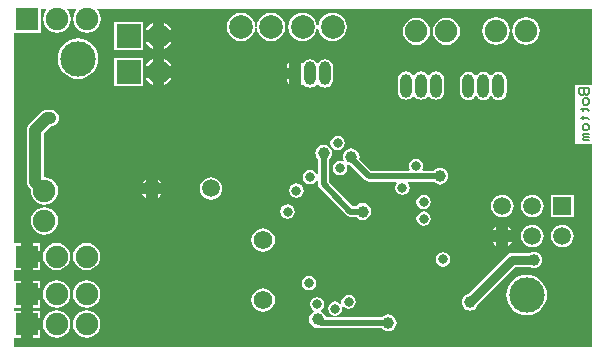
<source format=gbl>
%FSLAX42Y42*%
%MOMM*%
G71*
G01*
G75*
G04 Layer_Physical_Order=2*
G04 Layer_Color=16711680*
%ADD10R,1.40X0.90*%
%ADD11R,0.90X1.40*%
%ADD12R,0.50X1.55*%
%ADD13R,0.50X1.55*%
%ADD14R,1.55X0.50*%
%ADD15R,1.50X1.30*%
%ADD16C,0.80*%
%ADD17C,0.50*%
%ADD18C,1.00*%
%ADD19C,0.40*%
%ADD20C,0.13*%
%ADD21C,3.00*%
%ADD22C,1.90*%
%ADD23C,2.00*%
%ADD24O,1.00X2.00*%
%ADD25O,1.00X2.00*%
%ADD26R,2.00X2.00*%
%ADD27C,1.50*%
%ADD28R,1.50X1.50*%
%ADD29C,1.57*%
%ADD30R,1.90X1.90*%
%ADD31C,0.80*%
%ADD32C,1.00*%
G36*
X4953Y2281D02*
X4813D01*
Y1778D01*
X4953D01*
Y63D01*
X63D01*
Y138D01*
X116D01*
Y253D01*
Y368D01*
X63D01*
Y392D01*
X116D01*
Y507D01*
Y622D01*
X63D01*
Y710D01*
X116D01*
Y825D01*
Y940D01*
X63D01*
Y2721D01*
X284D01*
Y2921D01*
X329D01*
X334Y2910D01*
X322Y2894D01*
X311Y2866D01*
X307Y2836D01*
X311Y2806D01*
X322Y2778D01*
X341Y2754D01*
X365Y2736D01*
X393Y2724D01*
X423Y2720D01*
X453Y2724D01*
X481Y2736D01*
X505Y2754D01*
X523Y2778D01*
X535Y2806D01*
X539Y2836D01*
X535Y2866D01*
X523Y2894D01*
X505Y2918D01*
X506Y2921D01*
X583D01*
X588Y2910D01*
X576Y2894D01*
X565Y2866D01*
X561Y2836D01*
X565Y2806D01*
X576Y2778D01*
X595Y2754D01*
X619Y2736D01*
X647Y2724D01*
X677Y2720D01*
X707Y2724D01*
X735Y2736D01*
X759Y2754D01*
X777Y2778D01*
X789Y2806D01*
X793Y2836D01*
X789Y2866D01*
X777Y2894D01*
X759Y2918D01*
X760Y2921D01*
X4953D01*
Y2281D01*
D02*
G37*
%LPC*%
G36*
X4144Y948D02*
X4113D01*
X4127Y931D01*
X4144Y917D01*
Y948D01*
D02*
G37*
G36*
X4702Y1094D02*
X4678Y1091D01*
X4655Y1081D01*
X4635Y1066D01*
X4619Y1046D01*
X4610Y1023D01*
X4607Y998D01*
X4610Y974D01*
X4619Y950D01*
X4635Y931D01*
X4655Y915D01*
X4678Y906D01*
X4702Y903D01*
X4727Y906D01*
X4750Y915D01*
X4770Y931D01*
X4785Y950D01*
X4795Y974D01*
X4798Y998D01*
X4795Y1023D01*
X4785Y1046D01*
X4770Y1066D01*
X4750Y1081D01*
X4727Y1091D01*
X4702Y1094D01*
D02*
G37*
G36*
X317Y1243D02*
X287Y1239D01*
X259Y1228D01*
X235Y1209D01*
X216Y1185D01*
X205Y1157D01*
X201Y1127D01*
X205Y1097D01*
X216Y1069D01*
X235Y1045D01*
X259Y1027D01*
X287Y1015D01*
X317Y1011D01*
X347Y1015D01*
X375Y1027D01*
X399Y1045D01*
X417Y1069D01*
X429Y1097D01*
X433Y1127D01*
X429Y1157D01*
X417Y1185D01*
X399Y1209D01*
X375Y1228D01*
X347Y1239D01*
X317Y1243D01*
D02*
G37*
G36*
X4276Y948D02*
X4244D01*
Y917D01*
X4262Y931D01*
X4276Y948D01*
D02*
G37*
G36*
X281Y940D02*
X216D01*
Y875D01*
X281D01*
Y940D01*
D02*
G37*
G36*
X2169Y1064D02*
X2143Y1061D01*
X2119Y1051D01*
X2099Y1035D01*
X2083Y1014D01*
X2073Y990D01*
X2069Y965D01*
X2073Y939D01*
X2083Y915D01*
X2099Y894D01*
X2119Y878D01*
X2143Y868D01*
X2169Y865D01*
X2195Y868D01*
X2219Y878D01*
X2239Y894D01*
X2255Y915D01*
X2265Y939D01*
X2269Y965D01*
X2265Y990D01*
X2255Y1014D01*
X2239Y1035D01*
X2219Y1051D01*
X2195Y1061D01*
X2169Y1064D01*
D02*
G37*
G36*
X3691Y861D02*
X3667Y857D01*
X3647Y843D01*
X3634Y824D01*
X3629Y800D01*
X3634Y777D01*
X3647Y757D01*
X3667Y744D01*
X3691Y739D01*
X3714Y744D01*
X3734Y757D01*
X3747Y777D01*
X3752Y800D01*
X3747Y824D01*
X3734Y843D01*
X3714Y857D01*
X3691Y861D01*
D02*
G37*
G36*
X4448Y1094D02*
X4424Y1091D01*
X4401Y1081D01*
X4381Y1066D01*
X4365Y1046D01*
X4356Y1023D01*
X4353Y998D01*
X4356Y974D01*
X4365Y950D01*
X4381Y931D01*
X4401Y915D01*
X4424Y906D01*
X4448Y903D01*
X4473Y906D01*
X4496Y915D01*
X4516Y931D01*
X4531Y950D01*
X4541Y974D01*
X4544Y998D01*
X4541Y1023D01*
X4531Y1046D01*
X4516Y1066D01*
X4496Y1081D01*
X4473Y1091D01*
X4448Y1094D01*
D02*
G37*
G36*
Y1348D02*
X4424Y1345D01*
X4401Y1335D01*
X4381Y1320D01*
X4365Y1300D01*
X4356Y1277D01*
X4353Y1252D01*
X4356Y1228D01*
X4365Y1204D01*
X4381Y1185D01*
X4401Y1169D01*
X4424Y1160D01*
X4448Y1157D01*
X4473Y1160D01*
X4496Y1169D01*
X4516Y1185D01*
X4531Y1204D01*
X4541Y1228D01*
X4544Y1252D01*
X4541Y1277D01*
X4531Y1300D01*
X4516Y1320D01*
X4496Y1335D01*
X4473Y1345D01*
X4448Y1348D01*
D02*
G37*
G36*
X4194D02*
X4170Y1345D01*
X4147Y1335D01*
X4127Y1320D01*
X4111Y1300D01*
X4102Y1277D01*
X4099Y1252D01*
X4102Y1228D01*
X4111Y1204D01*
X4127Y1185D01*
X4147Y1169D01*
X4170Y1160D01*
X4194Y1157D01*
X4219Y1160D01*
X4242Y1169D01*
X4262Y1185D01*
X4277Y1204D01*
X4287Y1228D01*
X4290Y1252D01*
X4287Y1277D01*
X4277Y1300D01*
X4262Y1320D01*
X4242Y1335D01*
X4219Y1345D01*
X4194Y1348D01*
D02*
G37*
G36*
X3528Y1349D02*
X3505Y1344D01*
X3485Y1331D01*
X3472Y1311D01*
X3467Y1288D01*
X3472Y1264D01*
X3485Y1245D01*
X3505Y1231D01*
X3528Y1227D01*
X3551Y1231D01*
X3571Y1245D01*
X3585Y1264D01*
X3589Y1288D01*
X3585Y1311D01*
X3571Y1331D01*
X3551Y1344D01*
X3528Y1349D01*
D02*
G37*
G36*
X4797Y1347D02*
X4607D01*
Y1157D01*
X4797D01*
Y1347D01*
D02*
G37*
G36*
X4244Y1080D02*
Y1048D01*
X4276D01*
X4262Y1066D01*
X4244Y1080D01*
D02*
G37*
G36*
X4144D02*
X4127Y1066D01*
X4113Y1048D01*
X4144D01*
Y1080D01*
D02*
G37*
G36*
X2375Y1268D02*
X2351Y1263D01*
X2332Y1250D01*
X2318Y1230D01*
X2314Y1206D01*
X2318Y1183D01*
X2332Y1163D01*
X2351Y1150D01*
X2375Y1145D01*
X2398Y1150D01*
X2418Y1163D01*
X2431Y1183D01*
X2436Y1206D01*
X2431Y1230D01*
X2418Y1250D01*
X2398Y1263D01*
X2375Y1268D01*
D02*
G37*
G36*
X3528Y1207D02*
X3505Y1202D01*
X3485Y1189D01*
X3472Y1169D01*
X3467Y1146D01*
X3472Y1122D01*
X3485Y1102D01*
X3505Y1089D01*
X3528Y1084D01*
X3551Y1089D01*
X3571Y1102D01*
X3585Y1122D01*
X3589Y1146D01*
X3585Y1169D01*
X3571Y1189D01*
X3551Y1202D01*
X3528Y1207D01*
D02*
G37*
G36*
X2169Y556D02*
X2143Y553D01*
X2119Y543D01*
X2099Y527D01*
X2083Y506D01*
X2073Y482D01*
X2069Y457D01*
X2073Y431D01*
X2083Y407D01*
X2099Y386D01*
X2119Y370D01*
X2143Y360D01*
X2169Y357D01*
X2195Y360D01*
X2219Y370D01*
X2239Y386D01*
X2255Y407D01*
X2265Y431D01*
X2269Y457D01*
X2265Y482D01*
X2255Y506D01*
X2239Y527D01*
X2219Y543D01*
X2195Y553D01*
X2169Y556D01*
D02*
G37*
G36*
X4400Y671D02*
X4367Y668D01*
X4335Y658D01*
X4305Y642D01*
X4279Y621D01*
X4258Y595D01*
X4242Y565D01*
X4232Y533D01*
X4229Y500D01*
X4232Y467D01*
X4242Y435D01*
X4258Y405D01*
X4279Y379D01*
X4305Y358D01*
X4335Y342D01*
X4367Y332D01*
X4400Y329D01*
X4433Y332D01*
X4465Y342D01*
X4495Y358D01*
X4521Y379D01*
X4542Y405D01*
X4558Y435D01*
X4568Y467D01*
X4571Y500D01*
X4568Y533D01*
X4558Y565D01*
X4542Y595D01*
X4521Y621D01*
X4495Y642D01*
X4465Y658D01*
X4433Y668D01*
X4400Y671D01*
D02*
G37*
G36*
X674Y623D02*
X644Y619D01*
X616Y607D01*
X592Y589D01*
X574Y565D01*
X562Y537D01*
X558Y507D01*
X562Y477D01*
X574Y449D01*
X592Y425D01*
X616Y407D01*
X644Y395D01*
X674Y391D01*
X704Y395D01*
X732Y407D01*
X756Y425D01*
X775Y449D01*
X786Y477D01*
X790Y507D01*
X786Y537D01*
X775Y565D01*
X756Y589D01*
X732Y607D01*
X704Y619D01*
X674Y623D01*
D02*
G37*
G36*
X420D02*
X390Y619D01*
X362Y607D01*
X338Y589D01*
X320Y565D01*
X308Y537D01*
X304Y507D01*
X308Y477D01*
X320Y449D01*
X338Y425D01*
X362Y407D01*
X390Y395D01*
X420Y391D01*
X450Y395D01*
X478Y407D01*
X502Y425D01*
X521Y449D01*
X532Y477D01*
X536Y507D01*
X532Y537D01*
X521Y565D01*
X502Y589D01*
X478Y607D01*
X450Y619D01*
X420Y623D01*
D02*
G37*
G36*
X674Y369D02*
X644Y365D01*
X616Y353D01*
X592Y335D01*
X574Y311D01*
X562Y283D01*
X558Y253D01*
X562Y223D01*
X574Y195D01*
X592Y171D01*
X616Y153D01*
X644Y141D01*
X674Y137D01*
X704Y141D01*
X732Y153D01*
X756Y171D01*
X775Y195D01*
X786Y223D01*
X790Y253D01*
X786Y283D01*
X775Y311D01*
X756Y335D01*
X732Y353D01*
X704Y365D01*
X674Y369D01*
D02*
G37*
G36*
X420D02*
X390Y365D01*
X362Y353D01*
X338Y335D01*
X320Y311D01*
X308Y283D01*
X304Y253D01*
X308Y223D01*
X320Y195D01*
X338Y171D01*
X362Y153D01*
X390Y141D01*
X420Y137D01*
X450Y141D01*
X478Y153D01*
X502Y171D01*
X521Y195D01*
X532Y223D01*
X536Y253D01*
X532Y283D01*
X521Y311D01*
X502Y335D01*
X478Y353D01*
X450Y365D01*
X420Y369D01*
D02*
G37*
G36*
X281Y368D02*
X216D01*
Y303D01*
X281D01*
Y368D01*
D02*
G37*
G36*
Y203D02*
X216D01*
Y138D01*
X281D01*
Y203D01*
D02*
G37*
G36*
X674Y941D02*
X644Y937D01*
X616Y925D01*
X592Y907D01*
X574Y883D01*
X562Y855D01*
X558Y825D01*
X562Y795D01*
X574Y767D01*
X592Y743D01*
X616Y724D01*
X644Y712D01*
X674Y709D01*
X704Y712D01*
X732Y724D01*
X756Y743D01*
X775Y767D01*
X786Y795D01*
X790Y825D01*
X786Y855D01*
X775Y883D01*
X756Y907D01*
X732Y925D01*
X704Y937D01*
X674Y941D01*
D02*
G37*
G36*
X420D02*
X390Y937D01*
X362Y925D01*
X338Y907D01*
X320Y883D01*
X308Y855D01*
X304Y825D01*
X308Y795D01*
X320Y767D01*
X338Y743D01*
X362Y724D01*
X390Y712D01*
X420Y709D01*
X450Y712D01*
X478Y724D01*
X502Y743D01*
X521Y767D01*
X532Y795D01*
X536Y825D01*
X532Y855D01*
X521Y883D01*
X502Y907D01*
X478Y925D01*
X450Y937D01*
X420Y941D01*
D02*
G37*
G36*
X4463Y866D02*
X4445Y863D01*
X4428Y856D01*
X4277D01*
X4254Y852D01*
X4234Y838D01*
X3901Y505D01*
X3884Y498D01*
X3869Y487D01*
X3858Y472D01*
X3851Y455D01*
X3849Y437D01*
X3851Y419D01*
X3858Y402D01*
X3869Y387D01*
X3884Y376D01*
X3901Y369D01*
X3919Y366D01*
X3937Y369D01*
X3955Y376D01*
X3969Y387D01*
X3980Y402D01*
X3987Y419D01*
X4303Y734D01*
X4428D01*
X4445Y727D01*
X4463Y724D01*
X4481Y727D01*
X4498Y734D01*
X4513Y745D01*
X4524Y760D01*
X4531Y777D01*
X4533Y795D01*
X4531Y813D01*
X4524Y830D01*
X4513Y845D01*
X4498Y856D01*
X4481Y863D01*
X4463Y866D01*
D02*
G37*
G36*
X281Y775D02*
X216D01*
Y710D01*
X281D01*
Y775D01*
D02*
G37*
G36*
X2893Y503D02*
X2870Y498D01*
X2850Y485D01*
X2837Y465D01*
X2832Y442D01*
X2834Y431D01*
X2822Y426D01*
X2822Y427D01*
X2802Y440D01*
X2779Y445D01*
X2755Y440D01*
X2736Y427D01*
X2722Y407D01*
X2718Y384D01*
X2722Y360D01*
X2736Y340D01*
X2755Y327D01*
X2777Y323D01*
X2777D01*
X2776Y310D01*
X2697D01*
X2697Y310D01*
X2690Y327D01*
X2679Y342D01*
X2664Y353D01*
X2647Y360D01*
X2647Y365D01*
X2650Y365D01*
X2670Y378D01*
X2683Y398D01*
X2688Y422D01*
X2683Y445D01*
X2670Y465D01*
X2650Y478D01*
X2626Y483D01*
X2603Y478D01*
X2583Y465D01*
X2570Y445D01*
X2565Y422D01*
X2570Y398D01*
X2583Y378D01*
X2599Y368D01*
X2598Y355D01*
X2594Y353D01*
X2579Y342D01*
X2568Y327D01*
X2561Y310D01*
X2558Y292D01*
X2561Y274D01*
X2568Y257D01*
X2579Y242D01*
X2594Y231D01*
X2611Y224D01*
X2629Y221D01*
X2638Y223D01*
X2639Y222D01*
X2657Y218D01*
X3175D01*
X3178Y214D01*
X3193Y203D01*
X3210Y196D01*
X3228Y194D01*
X3247Y196D01*
X3264Y203D01*
X3278Y214D01*
X3289Y229D01*
X3297Y246D01*
X3299Y264D01*
X3297Y282D01*
X3289Y299D01*
X3278Y314D01*
X3264Y325D01*
X3247Y332D01*
X3228Y335D01*
X3210Y332D01*
X3193Y325D01*
X3178Y314D01*
X3175Y310D01*
X2782D01*
X2780Y323D01*
X2802Y327D01*
X2822Y340D01*
X2835Y360D01*
X2840Y384D01*
X2838Y394D01*
X2850Y399D01*
X2850Y399D01*
X2870Y385D01*
X2893Y381D01*
X2916Y385D01*
X2936Y399D01*
X2950Y419D01*
X2954Y442D01*
X2950Y465D01*
X2936Y485D01*
X2916Y498D01*
X2893Y503D01*
D02*
G37*
G36*
X281Y457D02*
X216D01*
Y392D01*
X281D01*
Y457D01*
D02*
G37*
G36*
Y622D02*
X216D01*
Y557D01*
X281D01*
Y622D01*
D02*
G37*
G36*
X2555Y663D02*
X2532Y658D01*
X2512Y645D01*
X2499Y625D01*
X2494Y602D01*
X2499Y579D01*
X2512Y559D01*
X2532Y545D01*
X2555Y541D01*
X2579Y545D01*
X2598Y559D01*
X2612Y579D01*
X2616Y602D01*
X2612Y625D01*
X2598Y645D01*
X2579Y658D01*
X2555Y663D01*
D02*
G37*
G36*
X1149Y2812D02*
X909D01*
Y2572D01*
X1149D01*
Y2812D01*
D02*
G37*
G36*
X2692Y2496D02*
X2674Y2493D01*
X2657Y2486D01*
X2642Y2475D01*
X2635Y2465D01*
X2623D01*
X2615Y2475D01*
X2601Y2486D01*
X2584Y2493D01*
X2565Y2496D01*
X2547Y2493D01*
X2530Y2486D01*
X2515Y2475D01*
X2508Y2465D01*
X2496D01*
X2488Y2475D01*
Y2375D01*
Y2275D01*
X2496Y2284D01*
X2508D01*
X2515Y2275D01*
X2530Y2264D01*
X2547Y2257D01*
X2565Y2254D01*
X2584Y2257D01*
X2601Y2264D01*
X2615Y2275D01*
X2623Y2284D01*
X2635D01*
X2642Y2275D01*
X2657Y2264D01*
X2674Y2257D01*
X2692Y2254D01*
X2711Y2257D01*
X2728Y2264D01*
X2742Y2275D01*
X2754Y2290D01*
X2761Y2307D01*
X2763Y2325D01*
Y2425D01*
X2761Y2443D01*
X2754Y2460D01*
X2742Y2475D01*
X2728Y2486D01*
X2711Y2493D01*
X2692Y2496D01*
D02*
G37*
G36*
X1392Y2642D02*
X1333D01*
Y2583D01*
X1343Y2588D01*
X1368Y2607D01*
X1388Y2632D01*
X1392Y2642D01*
D02*
G37*
G36*
X1233D02*
X1174D01*
X1178Y2632D01*
X1197Y2607D01*
X1222Y2588D01*
X1233Y2583D01*
Y2642D01*
D02*
G37*
G36*
X2388Y2475D02*
X2377Y2460D01*
X2370Y2443D01*
X2368Y2425D01*
Y2425D01*
X2388D01*
Y2475D01*
D02*
G37*
G36*
X3632Y2394D02*
X3614Y2391D01*
X3597Y2384D01*
X3582Y2373D01*
X3575Y2364D01*
X3562D01*
X3555Y2373D01*
X3541Y2384D01*
X3523Y2391D01*
X3505Y2394D01*
X3487Y2391D01*
X3470Y2384D01*
X3455Y2373D01*
X3448Y2364D01*
X3435D01*
X3428Y2373D01*
X3414Y2384D01*
X3396Y2391D01*
X3378Y2394D01*
X3360Y2391D01*
X3343Y2384D01*
X3328Y2373D01*
X3317Y2359D01*
X3310Y2342D01*
X3308Y2323D01*
Y2223D01*
X3310Y2205D01*
X3317Y2188D01*
X3328Y2173D01*
X3343Y2162D01*
X3360Y2155D01*
X3378Y2153D01*
X3396Y2155D01*
X3414Y2162D01*
X3428Y2173D01*
X3435Y2183D01*
X3448D01*
X3455Y2173D01*
X3470Y2162D01*
X3487Y2155D01*
X3505Y2153D01*
X3523Y2155D01*
X3541Y2162D01*
X3555Y2173D01*
X3562Y2183D01*
X3575D01*
X3582Y2173D01*
X3597Y2162D01*
X3614Y2155D01*
X3632Y2153D01*
X3650Y2155D01*
X3668Y2162D01*
X3682Y2173D01*
X3693Y2188D01*
X3700Y2205D01*
X3703Y2223D01*
Y2323D01*
X3700Y2342D01*
X3693Y2359D01*
X3682Y2373D01*
X3668Y2384D01*
X3650Y2391D01*
X3632Y2394D01*
D02*
G37*
G36*
X1333Y2497D02*
Y2438D01*
X1392D01*
X1388Y2448D01*
X1368Y2473D01*
X1343Y2492D01*
X1333Y2497D01*
D02*
G37*
G36*
X1233D02*
X1222Y2492D01*
X1197Y2473D01*
X1178Y2448D01*
X1174Y2438D01*
X1233D01*
Y2497D01*
D02*
G37*
G36*
X1333Y2802D02*
Y2742D01*
X1392D01*
X1388Y2753D01*
X1368Y2778D01*
X1343Y2797D01*
X1333Y2802D01*
D02*
G37*
G36*
X1233D02*
X1222Y2797D01*
X1197Y2778D01*
X1178Y2753D01*
X1174Y2742D01*
X1233D01*
Y2802D01*
D02*
G37*
G36*
X2756Y2890D02*
X2725Y2886D01*
X2695Y2873D01*
X2670Y2854D01*
X2651Y2829D01*
X2639Y2800D01*
X2635Y2772D01*
X2635D01*
X2625D01*
X2622Y2774D01*
X2619Y2800D01*
X2607Y2829D01*
X2587Y2854D01*
X2562Y2873D01*
X2533Y2886D01*
X2502Y2890D01*
X2471Y2886D01*
X2441Y2873D01*
X2416Y2854D01*
X2397Y2829D01*
X2385Y2800D01*
X2381Y2769D01*
X2385Y2737D01*
X2397Y2708D01*
X2416Y2683D01*
X2441Y2664D01*
X2471Y2652D01*
X2502Y2648D01*
X2533Y2652D01*
X2562Y2664D01*
X2587Y2683D01*
X2607Y2708D01*
X2619Y2737D01*
X2623Y2766D01*
X2633D01*
X2636Y2763D01*
X2639Y2737D01*
X2651Y2708D01*
X2670Y2683D01*
X2695Y2664D01*
X2725Y2652D01*
X2756Y2648D01*
X2787Y2652D01*
X2816Y2664D01*
X2841Y2683D01*
X2861Y2708D01*
X2873Y2737D01*
X2877Y2769D01*
X2873Y2800D01*
X2861Y2829D01*
X2841Y2854D01*
X2816Y2873D01*
X2787Y2886D01*
X2756Y2890D01*
D02*
G37*
G36*
X2235D02*
X2204Y2886D01*
X2175Y2873D01*
X2150Y2854D01*
X2130Y2829D01*
X2118Y2800D01*
X2115Y2772D01*
X2115D01*
X2104D01*
X2102Y2774D01*
X2098Y2800D01*
X2086Y2829D01*
X2067Y2854D01*
X2042Y2873D01*
X2013Y2886D01*
X1981Y2890D01*
X1950Y2886D01*
X1921Y2873D01*
X1896Y2854D01*
X1876Y2829D01*
X1864Y2800D01*
X1860Y2769D01*
X1864Y2737D01*
X1876Y2708D01*
X1896Y2683D01*
X1921Y2664D01*
X1950Y2652D01*
X1981Y2648D01*
X2013Y2652D01*
X2042Y2664D01*
X2067Y2683D01*
X2086Y2708D01*
X2098Y2737D01*
X2102Y2766D01*
X2112D01*
X2115Y2763D01*
X2118Y2737D01*
X2130Y2708D01*
X2150Y2683D01*
X2175Y2664D01*
X2204Y2652D01*
X2235Y2648D01*
X2267Y2652D01*
X2296Y2664D01*
X2321Y2683D01*
X2340Y2708D01*
X2352Y2737D01*
X2356Y2769D01*
X2352Y2800D01*
X2340Y2829D01*
X2321Y2854D01*
X2296Y2873D01*
X2267Y2886D01*
X2235Y2890D01*
D02*
G37*
G36*
X3721Y2847D02*
X3691Y2843D01*
X3663Y2832D01*
X3639Y2813D01*
X3620Y2789D01*
X3609Y2761D01*
X3605Y2731D01*
X3609Y2701D01*
X3620Y2673D01*
X3639Y2649D01*
X3663Y2631D01*
X3691Y2619D01*
X3721Y2615D01*
X3751Y2619D01*
X3779Y2631D01*
X3803Y2649D01*
X3821Y2673D01*
X3833Y2701D01*
X3837Y2731D01*
X3833Y2761D01*
X3821Y2789D01*
X3803Y2813D01*
X3779Y2832D01*
X3751Y2843D01*
X3721Y2847D01*
D02*
G37*
G36*
X3467D02*
X3437Y2843D01*
X3409Y2832D01*
X3385Y2813D01*
X3366Y2789D01*
X3355Y2761D01*
X3351Y2731D01*
X3355Y2701D01*
X3366Y2673D01*
X3385Y2649D01*
X3409Y2631D01*
X3437Y2619D01*
X3467Y2615D01*
X3497Y2619D01*
X3525Y2631D01*
X3549Y2649D01*
X3567Y2673D01*
X3579Y2701D01*
X3583Y2731D01*
X3579Y2761D01*
X3567Y2789D01*
X3549Y2813D01*
X3525Y2832D01*
X3497Y2843D01*
X3467Y2847D01*
D02*
G37*
G36*
X4394Y2852D02*
X4364Y2848D01*
X4336Y2837D01*
X4312Y2818D01*
X4293Y2794D01*
X4282Y2766D01*
X4278Y2736D01*
X4282Y2706D01*
X4293Y2678D01*
X4312Y2654D01*
X4336Y2636D01*
X4364Y2624D01*
X4394Y2620D01*
X4424Y2624D01*
X4452Y2636D01*
X4476Y2654D01*
X4494Y2678D01*
X4506Y2706D01*
X4510Y2736D01*
X4506Y2766D01*
X4494Y2794D01*
X4476Y2818D01*
X4452Y2837D01*
X4424Y2848D01*
X4394Y2852D01*
D02*
G37*
G36*
X4140D02*
X4110Y2848D01*
X4082Y2837D01*
X4058Y2818D01*
X4039Y2794D01*
X4028Y2766D01*
X4024Y2736D01*
X4028Y2706D01*
X4039Y2678D01*
X4058Y2654D01*
X4082Y2636D01*
X4110Y2624D01*
X4140Y2620D01*
X4170Y2624D01*
X4198Y2636D01*
X4222Y2654D01*
X4240Y2678D01*
X4252Y2706D01*
X4256Y2736D01*
X4252Y2766D01*
X4240Y2794D01*
X4222Y2818D01*
X4198Y2837D01*
X4170Y2848D01*
X4140Y2852D01*
D02*
G37*
G36*
X1176Y1482D02*
X1158Y1468D01*
X1144Y1451D01*
X1176D01*
Y1482D01*
D02*
G37*
G36*
X2451Y1445D02*
X2428Y1441D01*
X2408Y1428D01*
X2395Y1408D01*
X2390Y1384D01*
X2395Y1361D01*
X2408Y1341D01*
X2428Y1328D01*
X2451Y1323D01*
X2475Y1328D01*
X2494Y1341D01*
X2508Y1361D01*
X2512Y1384D01*
X2508Y1408D01*
X2494Y1428D01*
X2475Y1441D01*
X2451Y1445D01*
D02*
G37*
G36*
X2680Y1772D02*
X2661Y1770D01*
X2644Y1763D01*
X2630Y1752D01*
X2619Y1737D01*
X2612Y1720D01*
X2609Y1702D01*
X2612Y1684D01*
X2619Y1666D01*
X2630Y1652D01*
X2634Y1649D01*
Y1526D01*
X2622Y1522D01*
X2609Y1542D01*
X2589Y1555D01*
X2565Y1560D01*
X2542Y1555D01*
X2522Y1542D01*
X2509Y1522D01*
X2504Y1499D01*
X2509Y1475D01*
X2522Y1455D01*
X2542Y1442D01*
X2565Y1437D01*
X2589Y1442D01*
X2609Y1455D01*
X2622Y1475D01*
X2634Y1471D01*
Y1435D01*
X2634Y1435D01*
X2634D01*
X2637Y1418D01*
X2647Y1403D01*
X2876Y1174D01*
X2891Y1164D01*
X2908Y1161D01*
X2957D01*
X2960Y1157D01*
X2975Y1145D01*
X2992Y1138D01*
X3010Y1136D01*
X3028Y1138D01*
X3045Y1145D01*
X3060Y1157D01*
X3071Y1171D01*
X3078Y1188D01*
X3081Y1206D01*
X3078Y1225D01*
X3071Y1242D01*
X3060Y1256D01*
X3045Y1268D01*
X3028Y1275D01*
X3010Y1277D01*
X2992Y1275D01*
X2975Y1268D01*
X2960Y1256D01*
X2957Y1252D01*
X2927D01*
X2726Y1454D01*
Y1649D01*
X2730Y1652D01*
X2741Y1666D01*
X2748Y1684D01*
X2750Y1702D01*
X2748Y1720D01*
X2741Y1737D01*
X2730Y1752D01*
X2715Y1763D01*
X2698Y1770D01*
X2680Y1772D01*
D02*
G37*
G36*
X1276Y1482D02*
Y1451D01*
X1307D01*
X1293Y1468D01*
X1276Y1482D01*
D02*
G37*
G36*
X1726Y1496D02*
X1701Y1493D01*
X1678Y1483D01*
X1658Y1468D01*
X1643Y1448D01*
X1633Y1425D01*
X1630Y1401D01*
X1633Y1376D01*
X1643Y1353D01*
X1658Y1333D01*
X1678Y1318D01*
X1701Y1308D01*
X1726Y1305D01*
X1750Y1308D01*
X1774Y1318D01*
X1793Y1333D01*
X1809Y1353D01*
X1818Y1376D01*
X1821Y1401D01*
X1818Y1425D01*
X1809Y1448D01*
X1793Y1468D01*
X1774Y1483D01*
X1750Y1493D01*
X1726Y1496D01*
D02*
G37*
G36*
X368Y2067D02*
X340D01*
X322Y2065D01*
X305Y2058D01*
X290Y2046D01*
X189Y1945D01*
X178Y1930D01*
X171Y1913D01*
X168Y1895D01*
Y1459D01*
X171Y1441D01*
X178Y1424D01*
X189Y1409D01*
X203Y1396D01*
X201Y1381D01*
X205Y1351D01*
X216Y1323D01*
X235Y1299D01*
X259Y1281D01*
X287Y1269D01*
X317Y1265D01*
X347Y1269D01*
X375Y1281D01*
X399Y1299D01*
X417Y1323D01*
X429Y1351D01*
X433Y1381D01*
X429Y1411D01*
X417Y1439D01*
X399Y1463D01*
X375Y1482D01*
X347Y1493D01*
X317Y1497D01*
X309Y1504D01*
Y1866D01*
X370Y1926D01*
X387Y1928D01*
X404Y1935D01*
X418Y1947D01*
X429Y1961D01*
X436Y1978D01*
X439Y1996D01*
X436Y2015D01*
X429Y2032D01*
X418Y2046D01*
X404Y2058D01*
X387Y2065D01*
X368Y2067D01*
D02*
G37*
G36*
X1307Y1351D02*
X1276D01*
Y1319D01*
X1293Y1333D01*
X1307Y1351D01*
D02*
G37*
G36*
X1176D02*
X1144D01*
X1158Y1333D01*
X1176Y1319D01*
Y1351D01*
D02*
G37*
G36*
X1392Y2338D02*
X1333D01*
Y2278D01*
X1343Y2283D01*
X1368Y2302D01*
X1388Y2327D01*
X1392Y2338D01*
D02*
G37*
G36*
X1233D02*
X1174D01*
X1178Y2327D01*
X1197Y2302D01*
X1222Y2283D01*
X1233Y2278D01*
Y2338D01*
D02*
G37*
G36*
X4161Y2391D02*
X4142Y2389D01*
X4125Y2382D01*
X4111Y2371D01*
X4103Y2361D01*
X4091D01*
X4083Y2371D01*
X4069Y2382D01*
X4052Y2389D01*
X4034Y2391D01*
X4015Y2389D01*
X3998Y2382D01*
X3984Y2371D01*
X3976Y2361D01*
X3964D01*
X3956Y2371D01*
X3942Y2382D01*
X3925Y2389D01*
X3907Y2391D01*
X3888Y2389D01*
X3871Y2382D01*
X3857Y2371D01*
X3845Y2356D01*
X3838Y2339D01*
X3836Y2321D01*
Y2221D01*
X3838Y2202D01*
X3845Y2185D01*
X3857Y2171D01*
X3871Y2160D01*
X3888Y2153D01*
X3907Y2150D01*
X3925Y2153D01*
X3942Y2160D01*
X3956Y2171D01*
X3964Y2180D01*
X3976D01*
X3984Y2171D01*
X3998Y2160D01*
X4015Y2153D01*
X4034Y2150D01*
X4052Y2153D01*
X4069Y2160D01*
X4083Y2171D01*
X4091Y2180D01*
X4103D01*
X4111Y2171D01*
X4125Y2160D01*
X4142Y2153D01*
X4161Y2150D01*
X4179Y2153D01*
X4196Y2160D01*
X4210Y2171D01*
X4222Y2185D01*
X4229Y2202D01*
X4231Y2221D01*
Y2321D01*
X4229Y2339D01*
X4222Y2356D01*
X4210Y2371D01*
X4196Y2382D01*
X4179Y2389D01*
X4161Y2391D01*
D02*
G37*
G36*
X600Y2671D02*
X567Y2668D01*
X535Y2658D01*
X505Y2642D01*
X479Y2621D01*
X458Y2595D01*
X442Y2565D01*
X432Y2533D01*
X429Y2500D01*
X432Y2467D01*
X442Y2435D01*
X458Y2405D01*
X479Y2379D01*
X505Y2358D01*
X535Y2342D01*
X567Y2332D01*
X600Y2329D01*
X633Y2332D01*
X665Y2342D01*
X695Y2358D01*
X721Y2379D01*
X742Y2405D01*
X758Y2435D01*
X768Y2467D01*
X771Y2500D01*
X768Y2533D01*
X758Y2565D01*
X742Y2595D01*
X721Y2621D01*
X695Y2642D01*
X665Y2658D01*
X633Y2668D01*
X600Y2671D01*
D02*
G37*
G36*
X2799Y1847D02*
X2776Y1842D01*
X2756Y1829D01*
X2743Y1809D01*
X2738Y1786D01*
X2743Y1762D01*
X2756Y1742D01*
X2776Y1729D01*
X2799Y1724D01*
X2822Y1729D01*
X2842Y1742D01*
X2856Y1762D01*
X2860Y1786D01*
X2856Y1809D01*
X2842Y1829D01*
X2822Y1842D01*
X2799Y1847D01*
D02*
G37*
G36*
X2915Y1741D02*
X2896Y1738D01*
X2879Y1731D01*
X2865Y1720D01*
X2854Y1705D01*
X2846Y1688D01*
X2844Y1670D01*
X2846Y1652D01*
X2850Y1643D01*
X2843Y1631D01*
X2843Y1631D01*
D01*
X2843Y1631D01*
X2819Y1636D01*
X2796Y1631D01*
X2776Y1618D01*
X2763Y1598D01*
X2758Y1575D01*
X2763Y1551D01*
X2776Y1532D01*
X2796Y1518D01*
X2819Y1514D01*
X2843Y1518D01*
X2863Y1532D01*
X2876Y1551D01*
X2881Y1575D01*
X2876Y1598D01*
X2876Y1598D01*
D01*
X2876Y1598D01*
X2887Y1606D01*
X2896Y1602D01*
X2907Y1601D01*
X3035Y1473D01*
X3049Y1463D01*
X3067Y1459D01*
X3297D01*
X3303Y1448D01*
X3291Y1431D01*
X3287Y1407D01*
X3291Y1384D01*
X3304Y1364D01*
X3324Y1351D01*
X3348Y1346D01*
X3371Y1351D01*
X3391Y1364D01*
X3404Y1384D01*
X3409Y1407D01*
X3404Y1431D01*
X3391Y1450D01*
X3394Y1459D01*
X3611D01*
X3614Y1455D01*
X3629Y1444D01*
X3646Y1437D01*
X3664Y1434D01*
X3682Y1437D01*
X3699Y1444D01*
X3714Y1455D01*
X3725Y1470D01*
X3732Y1487D01*
X3735Y1505D01*
X3732Y1523D01*
X3725Y1540D01*
X3714Y1555D01*
X3699Y1566D01*
X3682Y1573D01*
X3664Y1576D01*
X3646Y1573D01*
X3629Y1566D01*
X3614Y1555D01*
X3611Y1551D01*
X3520D01*
X3514Y1562D01*
X3519Y1569D01*
X3523Y1593D01*
X3519Y1616D01*
X3505Y1636D01*
X3485Y1649D01*
X3462Y1654D01*
X3439Y1649D01*
X3419Y1636D01*
X3406Y1616D01*
X3401Y1593D01*
X3406Y1569D01*
X3410Y1562D01*
X3404Y1551D01*
X3086D01*
X2983Y1654D01*
X2985Y1670D01*
X2983Y1688D01*
X2976Y1705D01*
X2965Y1720D01*
X2950Y1731D01*
X2933Y1738D01*
X2915Y1741D01*
D02*
G37*
G36*
X2388Y2325D02*
X2368D01*
Y2325D01*
X2370Y2307D01*
X2377Y2290D01*
X2388Y2275D01*
Y2325D01*
D02*
G37*
G36*
X1149Y2508D02*
X909D01*
Y2268D01*
X1149D01*
Y2508D01*
D02*
G37*
%LPD*%
D16*
X4277Y795D02*
X4463D01*
X3919Y437D02*
X4277Y795D01*
D17*
X2908Y1664D02*
X3067Y1505D01*
X2657Y264D02*
X3228D01*
X2629Y292D02*
X2657Y264D01*
X2908Y1206D02*
X3010D01*
X2680Y1435D02*
X2908Y1206D01*
X2680Y1435D02*
Y1702D01*
X3067Y1505D02*
X3664D01*
D18*
X340Y1996D02*
X368D01*
X239Y1895D02*
X340Y1996D01*
X239Y1459D02*
Y1895D01*
Y1459D02*
X317Y1381D01*
D20*
X4846Y2248D02*
X4928D01*
Y2207D01*
X4914Y2193D01*
X4900D01*
X4887Y2207D01*
Y2248D01*
Y2207D01*
X4873Y2193D01*
X4859D01*
X4846Y2207D01*
Y2248D01*
X4928Y2152D02*
Y2125D01*
X4914Y2111D01*
X4887D01*
X4873Y2125D01*
Y2152D01*
X4887Y2166D01*
X4914D01*
X4928Y2152D01*
X4859Y2070D02*
X4873D01*
Y2084D01*
Y2057D01*
Y2070D01*
X4914D01*
X4928Y2057D01*
X4859Y2002D02*
X4873D01*
Y2016D01*
Y1988D01*
Y2002D01*
X4914D01*
X4928Y1988D01*
Y1934D02*
Y1906D01*
X4914Y1893D01*
X4887D01*
X4873Y1906D01*
Y1934D01*
X4887Y1947D01*
X4914D01*
X4928Y1934D01*
Y1865D02*
X4873D01*
Y1852D01*
X4887Y1838D01*
X4928D01*
X4887D01*
X4873Y1824D01*
X4887Y1811D01*
X4928D01*
D21*
X4400Y500D02*
D03*
X600Y2500D02*
D03*
D22*
X3467Y2731D02*
D03*
X3721D02*
D03*
X4140Y2736D02*
D03*
X4394D02*
D03*
X420Y507D02*
D03*
X674D02*
D03*
X420Y253D02*
D03*
X674D02*
D03*
X420Y825D02*
D03*
X674D02*
D03*
X317Y1127D02*
D03*
Y1381D02*
D03*
X423Y2836D02*
D03*
X677D02*
D03*
D23*
X2235Y2769D02*
D03*
X1981D02*
D03*
X2502D02*
D03*
X2756D02*
D03*
X1283Y2388D02*
D03*
Y2692D02*
D03*
D24*
X3378Y2273D02*
D03*
X3632D02*
D03*
X4161Y2271D02*
D03*
X3907D02*
D03*
X2692Y2375D02*
D03*
X2438D02*
D03*
D25*
X3505Y2273D02*
D03*
X4034Y2271D02*
D03*
X2565Y2375D02*
D03*
D26*
X1029Y2388D02*
D03*
Y2692D02*
D03*
D27*
X4194Y998D02*
D03*
Y1252D02*
D03*
X4448Y998D02*
D03*
Y1252D02*
D03*
X4702Y998D02*
D03*
X1726Y1401D02*
D03*
X1226D02*
D03*
D28*
X4702Y1252D02*
D03*
D29*
X2169Y457D02*
D03*
Y965D02*
D03*
D30*
X166Y507D02*
D03*
Y253D02*
D03*
Y825D02*
D03*
X169Y2836D02*
D03*
D31*
X2819Y1575D02*
D03*
X2779Y384D02*
D03*
X2626Y422D02*
D03*
X2555Y602D02*
D03*
X2375Y1206D02*
D03*
X2451Y1384D02*
D03*
X2565Y1499D02*
D03*
X2799Y1786D02*
D03*
X3528Y1146D02*
D03*
X3691Y800D02*
D03*
X3462Y1593D02*
D03*
X3348Y1407D02*
D03*
X3528Y1288D02*
D03*
X2893Y442D02*
D03*
D32*
X4463Y795D02*
D03*
X3228Y264D02*
D03*
X3010Y1206D02*
D03*
X2680Y1702D02*
D03*
X2083Y1626D02*
D03*
X2731Y1041D02*
D03*
X3919Y437D02*
D03*
X3874Y795D02*
D03*
X2629Y292D02*
D03*
X3175Y2070D02*
D03*
X3785Y2045D02*
D03*
X3664Y1505D02*
D03*
X2915Y1670D02*
D03*
X368Y1996D02*
D03*
X4750Y356D02*
D03*
X1341Y564D02*
D03*
M02*

</source>
